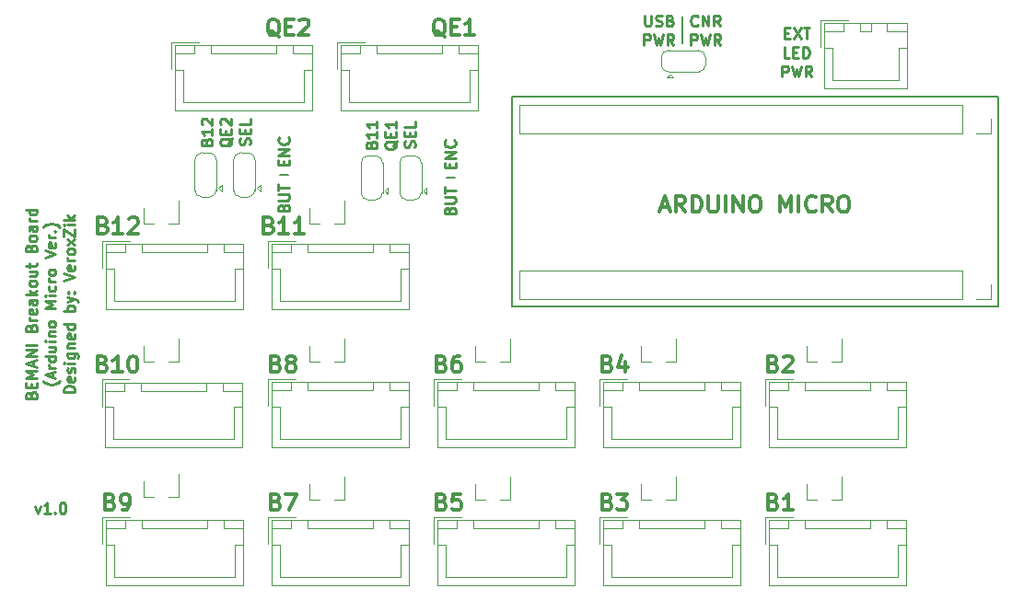
<source format=gbr>
G04 #@! TF.GenerationSoftware,KiCad,Pcbnew,(5.0.0)*
G04 #@! TF.CreationDate,2019-10-27T10:49:01-04:00*
G04 #@! TF.ProjectId,Micro-Breakoutout,4D6963726F2D427265616B6F75746F75,rev?*
G04 #@! TF.SameCoordinates,Original*
G04 #@! TF.FileFunction,Legend,Top*
G04 #@! TF.FilePolarity,Positive*
%FSLAX46Y46*%
G04 Gerber Fmt 4.6, Leading zero omitted, Abs format (unit mm)*
G04 Created by KiCad (PCBNEW (5.0.0)) date 10/27/19 10:49:01*
%MOMM*%
%LPD*%
G01*
G04 APERTURE LIST*
%ADD10C,0.250000*%
%ADD11C,0.300000*%
%ADD12C,0.200000*%
%ADD13C,0.120000*%
G04 APERTURE END LIST*
D10*
X105251428Y-133389714D02*
X105489523Y-134056380D01*
X105727619Y-133389714D01*
X106632380Y-134056380D02*
X106060952Y-134056380D01*
X106346666Y-134056380D02*
X106346666Y-133056380D01*
X106251428Y-133199238D01*
X106156190Y-133294476D01*
X106060952Y-133342095D01*
X107060952Y-133961142D02*
X107108571Y-134008761D01*
X107060952Y-134056380D01*
X107013333Y-134008761D01*
X107060952Y-133961142D01*
X107060952Y-134056380D01*
X107727619Y-133056380D02*
X107822857Y-133056380D01*
X107918095Y-133104000D01*
X107965714Y-133151619D01*
X108013333Y-133246857D01*
X108060952Y-133437333D01*
X108060952Y-133675428D01*
X108013333Y-133865904D01*
X107965714Y-133961142D01*
X107918095Y-134008761D01*
X107822857Y-134056380D01*
X107727619Y-134056380D01*
X107632380Y-134008761D01*
X107584761Y-133961142D01*
X107537142Y-133865904D01*
X107489523Y-133675428D01*
X107489523Y-133437333D01*
X107537142Y-133246857D01*
X107584761Y-133151619D01*
X107632380Y-133104000D01*
X107727619Y-133056380D01*
D11*
X126767570Y-107565856D02*
X126981856Y-107637284D01*
X127053284Y-107708713D01*
X127124713Y-107851570D01*
X127124713Y-108065856D01*
X127053284Y-108208713D01*
X126981856Y-108280141D01*
X126838999Y-108351570D01*
X126267570Y-108351570D01*
X126267570Y-106851570D01*
X126767570Y-106851570D01*
X126910427Y-106922999D01*
X126981856Y-106994427D01*
X127053284Y-107137284D01*
X127053284Y-107280141D01*
X126981856Y-107422999D01*
X126910427Y-107494427D01*
X126767570Y-107565856D01*
X126267570Y-107565856D01*
X128553284Y-108351570D02*
X127696141Y-108351570D01*
X128124713Y-108351570D02*
X128124713Y-106851570D01*
X127981856Y-107065856D01*
X127838999Y-107208713D01*
X127696141Y-107280141D01*
X129981856Y-108351570D02*
X129124713Y-108351570D01*
X129553284Y-108351570D02*
X129553284Y-106851570D01*
X129410427Y-107065856D01*
X129267570Y-107208713D01*
X129124713Y-107280141D01*
X111527570Y-107565856D02*
X111741856Y-107637284D01*
X111813284Y-107708713D01*
X111884713Y-107851570D01*
X111884713Y-108065856D01*
X111813284Y-108208713D01*
X111741856Y-108280141D01*
X111598999Y-108351570D01*
X111027570Y-108351570D01*
X111027570Y-106851570D01*
X111527570Y-106851570D01*
X111670427Y-106922999D01*
X111741856Y-106994427D01*
X111813284Y-107137284D01*
X111813284Y-107280141D01*
X111741856Y-107422999D01*
X111670427Y-107494427D01*
X111527570Y-107565856D01*
X111027570Y-107565856D01*
X113313284Y-108351570D02*
X112456141Y-108351570D01*
X112884713Y-108351570D02*
X112884713Y-106851570D01*
X112741856Y-107065856D01*
X112598999Y-107208713D01*
X112456141Y-107280141D01*
X113884713Y-106994427D02*
X113956141Y-106922999D01*
X114098999Y-106851570D01*
X114456141Y-106851570D01*
X114598999Y-106922999D01*
X114670427Y-106994427D01*
X114741856Y-107137284D01*
X114741856Y-107280141D01*
X114670427Y-107494427D01*
X113813284Y-108351570D01*
X114741856Y-108351570D01*
X111454571Y-120288857D02*
X111668857Y-120360285D01*
X111740285Y-120431714D01*
X111811714Y-120574571D01*
X111811714Y-120788857D01*
X111740285Y-120931714D01*
X111668857Y-121003142D01*
X111526000Y-121074571D01*
X110954571Y-121074571D01*
X110954571Y-119574571D01*
X111454571Y-119574571D01*
X111597428Y-119646000D01*
X111668857Y-119717428D01*
X111740285Y-119860285D01*
X111740285Y-120003142D01*
X111668857Y-120146000D01*
X111597428Y-120217428D01*
X111454571Y-120288857D01*
X110954571Y-120288857D01*
X113240285Y-121074571D02*
X112383142Y-121074571D01*
X112811714Y-121074571D02*
X112811714Y-119574571D01*
X112668857Y-119788857D01*
X112526000Y-119931714D01*
X112383142Y-120003142D01*
X114168857Y-119574571D02*
X114311714Y-119574571D01*
X114454571Y-119646000D01*
X114526000Y-119717428D01*
X114597428Y-119860285D01*
X114668857Y-120146000D01*
X114668857Y-120503142D01*
X114597428Y-120788857D01*
X114526000Y-120931714D01*
X114454571Y-121003142D01*
X114311714Y-121074571D01*
X114168857Y-121074571D01*
X114026000Y-121003142D01*
X113954571Y-120931714D01*
X113883142Y-120788857D01*
X113811714Y-120503142D01*
X113811714Y-120146000D01*
X113883142Y-119860285D01*
X113954571Y-119717428D01*
X114026000Y-119646000D01*
X114168857Y-119574571D01*
D12*
X127779356Y-102927742D02*
X128541356Y-102927742D01*
D10*
X128088927Y-105920075D02*
X128136546Y-105777218D01*
X128184165Y-105729599D01*
X128279403Y-105681980D01*
X128422260Y-105681980D01*
X128517498Y-105729599D01*
X128565117Y-105777218D01*
X128612736Y-105872456D01*
X128612736Y-106253408D01*
X127612736Y-106253408D01*
X127612736Y-105920075D01*
X127660356Y-105824837D01*
X127707975Y-105777218D01*
X127803213Y-105729599D01*
X127898451Y-105729599D01*
X127993689Y-105777218D01*
X128041308Y-105824837D01*
X128088927Y-105920075D01*
X128088927Y-106253408D01*
X127612736Y-105253408D02*
X128422260Y-105253408D01*
X128517498Y-105205789D01*
X128565117Y-105158170D01*
X128612736Y-105062932D01*
X128612736Y-104872456D01*
X128565117Y-104777218D01*
X128517498Y-104729599D01*
X128422260Y-104681980D01*
X127612736Y-104681980D01*
X127612736Y-104348646D02*
X127612736Y-103777218D01*
X128612736Y-104062932D02*
X127612736Y-104062932D01*
X128088927Y-102006837D02*
X128088927Y-101673503D01*
X128612736Y-101530646D02*
X128612736Y-102006837D01*
X127612736Y-102006837D01*
X127612736Y-101530646D01*
X128612736Y-101102075D02*
X127612736Y-101102075D01*
X128612736Y-100530646D01*
X127612736Y-100530646D01*
X128517498Y-99483027D02*
X128565117Y-99530646D01*
X128612736Y-99673503D01*
X128612736Y-99768742D01*
X128565117Y-99911599D01*
X128469879Y-100006837D01*
X128374641Y-100054456D01*
X128184165Y-100102075D01*
X128041308Y-100102075D01*
X127850832Y-100054456D01*
X127755594Y-100006837D01*
X127660356Y-99911599D01*
X127612736Y-99768742D01*
X127612736Y-99673503D01*
X127660356Y-99530646D01*
X127707975Y-99483027D01*
X174188571Y-89872571D02*
X174521904Y-89872571D01*
X174664761Y-90396380D02*
X174188571Y-90396380D01*
X174188571Y-89396380D01*
X174664761Y-89396380D01*
X174998095Y-89396380D02*
X175664761Y-90396380D01*
X175664761Y-89396380D02*
X174998095Y-90396380D01*
X175902857Y-89396380D02*
X176474285Y-89396380D01*
X176188571Y-90396380D02*
X176188571Y-89396380D01*
X174617142Y-92146380D02*
X174140952Y-92146380D01*
X174140952Y-91146380D01*
X174950476Y-91622571D02*
X175283809Y-91622571D01*
X175426666Y-92146380D02*
X174950476Y-92146380D01*
X174950476Y-91146380D01*
X175426666Y-91146380D01*
X175855238Y-92146380D02*
X175855238Y-91146380D01*
X176093333Y-91146380D01*
X176236190Y-91194000D01*
X176331428Y-91289238D01*
X176379047Y-91384476D01*
X176426666Y-91574952D01*
X176426666Y-91717809D01*
X176379047Y-91908285D01*
X176331428Y-92003523D01*
X176236190Y-92098761D01*
X176093333Y-92146380D01*
X175855238Y-92146380D01*
X173926666Y-93896380D02*
X173926666Y-92896380D01*
X174307619Y-92896380D01*
X174402857Y-92944000D01*
X174450476Y-92991619D01*
X174498095Y-93086857D01*
X174498095Y-93229714D01*
X174450476Y-93324952D01*
X174402857Y-93372571D01*
X174307619Y-93420190D01*
X173926666Y-93420190D01*
X174831428Y-92896380D02*
X175069523Y-93896380D01*
X175260000Y-93182095D01*
X175450476Y-93896380D01*
X175688571Y-92896380D01*
X176640952Y-93896380D02*
X176307619Y-93420190D01*
X176069523Y-93896380D02*
X176069523Y-92896380D01*
X176450476Y-92896380D01*
X176545714Y-92944000D01*
X176593333Y-92991619D01*
X176640952Y-93086857D01*
X176640952Y-93229714D01*
X176593333Y-93324952D01*
X176545714Y-93372571D01*
X176450476Y-93420190D01*
X176069523Y-93420190D01*
X121004927Y-99871694D02*
X121052546Y-99728837D01*
X121100165Y-99681218D01*
X121195403Y-99633599D01*
X121338260Y-99633599D01*
X121433498Y-99681218D01*
X121481117Y-99728837D01*
X121528736Y-99824075D01*
X121528736Y-100205027D01*
X120528736Y-100205027D01*
X120528736Y-99871694D01*
X120576356Y-99776456D01*
X120623975Y-99728837D01*
X120719213Y-99681218D01*
X120814451Y-99681218D01*
X120909689Y-99728837D01*
X120957308Y-99776456D01*
X121004927Y-99871694D01*
X121004927Y-100205027D01*
X121528736Y-98681218D02*
X121528736Y-99252646D01*
X121528736Y-98966932D02*
X120528736Y-98966932D01*
X120671594Y-99062170D01*
X120766832Y-99157408D01*
X120814451Y-99252646D01*
X120623975Y-98300265D02*
X120576356Y-98252646D01*
X120528736Y-98157408D01*
X120528736Y-97919313D01*
X120576356Y-97824075D01*
X120623975Y-97776456D01*
X120719213Y-97728837D01*
X120814451Y-97728837D01*
X120957308Y-97776456D01*
X121528736Y-98347884D01*
X121528736Y-97728837D01*
X123373975Y-99538361D02*
X123326356Y-99633599D01*
X123231117Y-99728837D01*
X123088260Y-99871694D01*
X123040641Y-99966932D01*
X123040641Y-100062170D01*
X123278736Y-100014551D02*
X123231117Y-100109789D01*
X123135879Y-100205027D01*
X122945403Y-100252646D01*
X122612070Y-100252646D01*
X122421594Y-100205027D01*
X122326356Y-100109789D01*
X122278736Y-100014551D01*
X122278736Y-99824075D01*
X122326356Y-99728837D01*
X122421594Y-99633599D01*
X122612070Y-99585980D01*
X122945403Y-99585980D01*
X123135879Y-99633599D01*
X123231117Y-99728837D01*
X123278736Y-99824075D01*
X123278736Y-100014551D01*
X122754927Y-99157408D02*
X122754927Y-98824075D01*
X123278736Y-98681218D02*
X123278736Y-99157408D01*
X122278736Y-99157408D01*
X122278736Y-98681218D01*
X122373975Y-98300265D02*
X122326356Y-98252646D01*
X122278736Y-98157408D01*
X122278736Y-97919313D01*
X122326356Y-97824075D01*
X122373975Y-97776456D01*
X122469213Y-97728837D01*
X122564451Y-97728837D01*
X122707308Y-97776456D01*
X123278736Y-98347884D01*
X123278736Y-97728837D01*
X124981117Y-100133599D02*
X125028736Y-99990742D01*
X125028736Y-99752646D01*
X124981117Y-99657408D01*
X124933498Y-99609789D01*
X124838260Y-99562170D01*
X124743022Y-99562170D01*
X124647784Y-99609789D01*
X124600165Y-99657408D01*
X124552546Y-99752646D01*
X124504927Y-99943122D01*
X124457308Y-100038361D01*
X124409689Y-100085980D01*
X124314451Y-100133599D01*
X124219213Y-100133599D01*
X124123975Y-100085980D01*
X124076356Y-100038361D01*
X124028736Y-99943122D01*
X124028736Y-99705027D01*
X124076356Y-99562170D01*
X124504927Y-99133599D02*
X124504927Y-98800265D01*
X125028736Y-98657408D02*
X125028736Y-99133599D01*
X124028736Y-99133599D01*
X124028736Y-98657408D01*
X125028736Y-97752646D02*
X125028736Y-98228837D01*
X124028736Y-98228837D01*
X136157237Y-100131725D02*
X136204856Y-99988868D01*
X136252475Y-99941249D01*
X136347713Y-99893630D01*
X136490570Y-99893630D01*
X136585808Y-99941249D01*
X136633427Y-99988868D01*
X136681046Y-100084106D01*
X136681046Y-100465058D01*
X135681046Y-100465058D01*
X135681046Y-100131725D01*
X135728666Y-100036487D01*
X135776285Y-99988868D01*
X135871523Y-99941249D01*
X135966761Y-99941249D01*
X136061999Y-99988868D01*
X136109618Y-100036487D01*
X136157237Y-100131725D01*
X136157237Y-100465058D01*
X136681046Y-98941249D02*
X136681046Y-99512677D01*
X136681046Y-99226963D02*
X135681046Y-99226963D01*
X135823904Y-99322201D01*
X135919142Y-99417439D01*
X135966761Y-99512677D01*
X136681046Y-97988868D02*
X136681046Y-98560296D01*
X136681046Y-98274582D02*
X135681046Y-98274582D01*
X135823904Y-98369820D01*
X135919142Y-98465058D01*
X135966761Y-98560296D01*
X138526285Y-99798392D02*
X138478666Y-99893630D01*
X138383427Y-99988868D01*
X138240570Y-100131725D01*
X138192951Y-100226963D01*
X138192951Y-100322201D01*
X138431046Y-100274582D02*
X138383427Y-100369820D01*
X138288189Y-100465058D01*
X138097713Y-100512677D01*
X137764380Y-100512677D01*
X137573904Y-100465058D01*
X137478666Y-100369820D01*
X137431046Y-100274582D01*
X137431046Y-100084106D01*
X137478666Y-99988868D01*
X137573904Y-99893630D01*
X137764380Y-99846011D01*
X138097713Y-99846011D01*
X138288189Y-99893630D01*
X138383427Y-99988868D01*
X138431046Y-100084106D01*
X138431046Y-100274582D01*
X137907237Y-99417439D02*
X137907237Y-99084106D01*
X138431046Y-98941249D02*
X138431046Y-99417439D01*
X137431046Y-99417439D01*
X137431046Y-98941249D01*
X138431046Y-97988868D02*
X138431046Y-98560296D01*
X138431046Y-98274582D02*
X137431046Y-98274582D01*
X137573904Y-98369820D01*
X137669142Y-98465058D01*
X137716761Y-98560296D01*
X140133427Y-100393630D02*
X140181046Y-100250773D01*
X140181046Y-100012677D01*
X140133427Y-99917439D01*
X140085808Y-99869820D01*
X139990570Y-99822201D01*
X139895332Y-99822201D01*
X139800094Y-99869820D01*
X139752475Y-99917439D01*
X139704856Y-100012677D01*
X139657237Y-100203153D01*
X139609618Y-100298392D01*
X139561999Y-100346011D01*
X139466761Y-100393630D01*
X139371523Y-100393630D01*
X139276285Y-100346011D01*
X139228666Y-100298392D01*
X139181046Y-100203153D01*
X139181046Y-99965058D01*
X139228666Y-99822201D01*
X139657237Y-99393630D02*
X139657237Y-99060296D01*
X140181046Y-98917439D02*
X140181046Y-99393630D01*
X139181046Y-99393630D01*
X139181046Y-98917439D01*
X140181046Y-98012677D02*
X140181046Y-98488868D01*
X139181046Y-98488868D01*
X143368237Y-106180106D02*
X143415856Y-106037249D01*
X143463475Y-105989630D01*
X143558713Y-105942011D01*
X143701570Y-105942011D01*
X143796808Y-105989630D01*
X143844427Y-106037249D01*
X143892046Y-106132487D01*
X143892046Y-106513439D01*
X142892046Y-106513439D01*
X142892046Y-106180106D01*
X142939666Y-106084868D01*
X142987285Y-106037249D01*
X143082523Y-105989630D01*
X143177761Y-105989630D01*
X143272999Y-106037249D01*
X143320618Y-106084868D01*
X143368237Y-106180106D01*
X143368237Y-106513439D01*
X142892046Y-105513439D02*
X143701570Y-105513439D01*
X143796808Y-105465820D01*
X143844427Y-105418201D01*
X143892046Y-105322963D01*
X143892046Y-105132487D01*
X143844427Y-105037249D01*
X143796808Y-104989630D01*
X143701570Y-104942011D01*
X142892046Y-104942011D01*
X142892046Y-104608677D02*
X142892046Y-104037249D01*
X143892046Y-104322963D02*
X142892046Y-104322963D01*
X143368237Y-102266868D02*
X143368237Y-101933534D01*
X143892046Y-101790677D02*
X143892046Y-102266868D01*
X142892046Y-102266868D01*
X142892046Y-101790677D01*
X143892046Y-101362106D02*
X142892046Y-101362106D01*
X143892046Y-100790677D01*
X142892046Y-100790677D01*
X143796808Y-99743058D02*
X143844427Y-99790677D01*
X143892046Y-99933534D01*
X143892046Y-100028773D01*
X143844427Y-100171630D01*
X143749189Y-100266868D01*
X143653951Y-100314487D01*
X143463475Y-100362106D01*
X143320618Y-100362106D01*
X143130142Y-100314487D01*
X143034904Y-100266868D01*
X142939666Y-100171630D01*
X142892046Y-100028773D01*
X142892046Y-99933534D01*
X142939666Y-99790677D01*
X142987285Y-99743058D01*
D12*
X143058666Y-103187773D02*
X143820666Y-103187773D01*
X164719000Y-88392000D02*
X164719000Y-90805000D01*
D10*
X166163714Y-89144142D02*
X166116095Y-89191761D01*
X165973238Y-89239380D01*
X165878000Y-89239380D01*
X165735142Y-89191761D01*
X165639904Y-89096523D01*
X165592285Y-89001285D01*
X165544666Y-88810809D01*
X165544666Y-88667952D01*
X165592285Y-88477476D01*
X165639904Y-88382238D01*
X165735142Y-88287000D01*
X165878000Y-88239380D01*
X165973238Y-88239380D01*
X166116095Y-88287000D01*
X166163714Y-88334619D01*
X166592285Y-89239380D02*
X166592285Y-88239380D01*
X167163714Y-89239380D01*
X167163714Y-88239380D01*
X168211333Y-89239380D02*
X167878000Y-88763190D01*
X167639904Y-89239380D02*
X167639904Y-88239380D01*
X168020857Y-88239380D01*
X168116095Y-88287000D01*
X168163714Y-88334619D01*
X168211333Y-88429857D01*
X168211333Y-88572714D01*
X168163714Y-88667952D01*
X168116095Y-88715571D01*
X168020857Y-88763190D01*
X167639904Y-88763190D01*
X165544666Y-90989380D02*
X165544666Y-89989380D01*
X165925619Y-89989380D01*
X166020857Y-90037000D01*
X166068476Y-90084619D01*
X166116095Y-90179857D01*
X166116095Y-90322714D01*
X166068476Y-90417952D01*
X166020857Y-90465571D01*
X165925619Y-90513190D01*
X165544666Y-90513190D01*
X166449428Y-89989380D02*
X166687523Y-90989380D01*
X166878000Y-90275095D01*
X167068476Y-90989380D01*
X167306571Y-89989380D01*
X168258952Y-90989380D02*
X167925619Y-90513190D01*
X167687523Y-90989380D02*
X167687523Y-89989380D01*
X168068476Y-89989380D01*
X168163714Y-90037000D01*
X168211333Y-90084619D01*
X168258952Y-90179857D01*
X168258952Y-90322714D01*
X168211333Y-90417952D01*
X168163714Y-90465571D01*
X168068476Y-90513190D01*
X167687523Y-90513190D01*
X161298095Y-88239380D02*
X161298095Y-89048904D01*
X161345714Y-89144142D01*
X161393333Y-89191761D01*
X161488571Y-89239380D01*
X161679047Y-89239380D01*
X161774285Y-89191761D01*
X161821904Y-89144142D01*
X161869523Y-89048904D01*
X161869523Y-88239380D01*
X162298095Y-89191761D02*
X162440952Y-89239380D01*
X162679047Y-89239380D01*
X162774285Y-89191761D01*
X162821904Y-89144142D01*
X162869523Y-89048904D01*
X162869523Y-88953666D01*
X162821904Y-88858428D01*
X162774285Y-88810809D01*
X162679047Y-88763190D01*
X162488571Y-88715571D01*
X162393333Y-88667952D01*
X162345714Y-88620333D01*
X162298095Y-88525095D01*
X162298095Y-88429857D01*
X162345714Y-88334619D01*
X162393333Y-88287000D01*
X162488571Y-88239380D01*
X162726666Y-88239380D01*
X162869523Y-88287000D01*
X163631428Y-88715571D02*
X163774285Y-88763190D01*
X163821904Y-88810809D01*
X163869523Y-88906047D01*
X163869523Y-89048904D01*
X163821904Y-89144142D01*
X163774285Y-89191761D01*
X163679047Y-89239380D01*
X163298095Y-89239380D01*
X163298095Y-88239380D01*
X163631428Y-88239380D01*
X163726666Y-88287000D01*
X163774285Y-88334619D01*
X163821904Y-88429857D01*
X163821904Y-88525095D01*
X163774285Y-88620333D01*
X163726666Y-88667952D01*
X163631428Y-88715571D01*
X163298095Y-88715571D01*
X161226666Y-90989380D02*
X161226666Y-89989380D01*
X161607619Y-89989380D01*
X161702857Y-90037000D01*
X161750476Y-90084619D01*
X161798095Y-90179857D01*
X161798095Y-90322714D01*
X161750476Y-90417952D01*
X161702857Y-90465571D01*
X161607619Y-90513190D01*
X161226666Y-90513190D01*
X162131428Y-89989380D02*
X162369523Y-90989380D01*
X162560000Y-90275095D01*
X162750476Y-90989380D01*
X162988571Y-89989380D01*
X163940952Y-90989380D02*
X163607619Y-90513190D01*
X163369523Y-90989380D02*
X163369523Y-89989380D01*
X163750476Y-89989380D01*
X163845714Y-90037000D01*
X163893333Y-90084619D01*
X163940952Y-90179857D01*
X163940952Y-90322714D01*
X163893333Y-90417952D01*
X163845714Y-90465571D01*
X163750476Y-90513190D01*
X163369523Y-90513190D01*
X104858571Y-123165142D02*
X104906190Y-123022285D01*
X104953809Y-122974666D01*
X105049047Y-122927047D01*
X105191904Y-122927047D01*
X105287142Y-122974666D01*
X105334761Y-123022285D01*
X105382380Y-123117523D01*
X105382380Y-123498476D01*
X104382380Y-123498476D01*
X104382380Y-123165142D01*
X104430000Y-123069904D01*
X104477619Y-123022285D01*
X104572857Y-122974666D01*
X104668095Y-122974666D01*
X104763333Y-123022285D01*
X104810952Y-123069904D01*
X104858571Y-123165142D01*
X104858571Y-123498476D01*
X104858571Y-122498476D02*
X104858571Y-122165142D01*
X105382380Y-122022285D02*
X105382380Y-122498476D01*
X104382380Y-122498476D01*
X104382380Y-122022285D01*
X105382380Y-121593714D02*
X104382380Y-121593714D01*
X105096666Y-121260380D01*
X104382380Y-120927047D01*
X105382380Y-120927047D01*
X105096666Y-120498476D02*
X105096666Y-120022285D01*
X105382380Y-120593714D02*
X104382380Y-120260380D01*
X105382380Y-119927047D01*
X105382380Y-119593714D02*
X104382380Y-119593714D01*
X105382380Y-119022285D01*
X104382380Y-119022285D01*
X105382380Y-118546095D02*
X104382380Y-118546095D01*
X104858571Y-116974666D02*
X104906190Y-116831809D01*
X104953809Y-116784190D01*
X105049047Y-116736571D01*
X105191904Y-116736571D01*
X105287142Y-116784190D01*
X105334761Y-116831809D01*
X105382380Y-116927047D01*
X105382380Y-117308000D01*
X104382380Y-117308000D01*
X104382380Y-116974666D01*
X104430000Y-116879428D01*
X104477619Y-116831809D01*
X104572857Y-116784190D01*
X104668095Y-116784190D01*
X104763333Y-116831809D01*
X104810952Y-116879428D01*
X104858571Y-116974666D01*
X104858571Y-117308000D01*
X105382380Y-116308000D02*
X104715714Y-116308000D01*
X104906190Y-116308000D02*
X104810952Y-116260380D01*
X104763333Y-116212761D01*
X104715714Y-116117523D01*
X104715714Y-116022285D01*
X105334761Y-115308000D02*
X105382380Y-115403238D01*
X105382380Y-115593714D01*
X105334761Y-115688952D01*
X105239523Y-115736571D01*
X104858571Y-115736571D01*
X104763333Y-115688952D01*
X104715714Y-115593714D01*
X104715714Y-115403238D01*
X104763333Y-115308000D01*
X104858571Y-115260380D01*
X104953809Y-115260380D01*
X105049047Y-115736571D01*
X105382380Y-114403238D02*
X104858571Y-114403238D01*
X104763333Y-114450857D01*
X104715714Y-114546095D01*
X104715714Y-114736571D01*
X104763333Y-114831809D01*
X105334761Y-114403238D02*
X105382380Y-114498476D01*
X105382380Y-114736571D01*
X105334761Y-114831809D01*
X105239523Y-114879428D01*
X105144285Y-114879428D01*
X105049047Y-114831809D01*
X105001428Y-114736571D01*
X105001428Y-114498476D01*
X104953809Y-114403238D01*
X105382380Y-113927047D02*
X104382380Y-113927047D01*
X105001428Y-113831809D02*
X105382380Y-113546095D01*
X104715714Y-113546095D02*
X105096666Y-113927047D01*
X105382380Y-112974666D02*
X105334761Y-113069904D01*
X105287142Y-113117523D01*
X105191904Y-113165142D01*
X104906190Y-113165142D01*
X104810952Y-113117523D01*
X104763333Y-113069904D01*
X104715714Y-112974666D01*
X104715714Y-112831809D01*
X104763333Y-112736571D01*
X104810952Y-112688952D01*
X104906190Y-112641333D01*
X105191904Y-112641333D01*
X105287142Y-112688952D01*
X105334761Y-112736571D01*
X105382380Y-112831809D01*
X105382380Y-112974666D01*
X104715714Y-111784190D02*
X105382380Y-111784190D01*
X104715714Y-112212761D02*
X105239523Y-112212761D01*
X105334761Y-112165142D01*
X105382380Y-112069904D01*
X105382380Y-111927047D01*
X105334761Y-111831809D01*
X105287142Y-111784190D01*
X104715714Y-111450857D02*
X104715714Y-111069904D01*
X104382380Y-111308000D02*
X105239523Y-111308000D01*
X105334761Y-111260380D01*
X105382380Y-111165142D01*
X105382380Y-111069904D01*
X104858571Y-109641333D02*
X104906190Y-109498476D01*
X104953809Y-109450857D01*
X105049047Y-109403238D01*
X105191904Y-109403238D01*
X105287142Y-109450857D01*
X105334761Y-109498476D01*
X105382380Y-109593714D01*
X105382380Y-109974666D01*
X104382380Y-109974666D01*
X104382380Y-109641333D01*
X104430000Y-109546095D01*
X104477619Y-109498476D01*
X104572857Y-109450857D01*
X104668095Y-109450857D01*
X104763333Y-109498476D01*
X104810952Y-109546095D01*
X104858571Y-109641333D01*
X104858571Y-109974666D01*
X105382380Y-108831809D02*
X105334761Y-108927047D01*
X105287142Y-108974666D01*
X105191904Y-109022285D01*
X104906190Y-109022285D01*
X104810952Y-108974666D01*
X104763333Y-108927047D01*
X104715714Y-108831809D01*
X104715714Y-108688952D01*
X104763333Y-108593714D01*
X104810952Y-108546095D01*
X104906190Y-108498476D01*
X105191904Y-108498476D01*
X105287142Y-108546095D01*
X105334761Y-108593714D01*
X105382380Y-108688952D01*
X105382380Y-108831809D01*
X105382380Y-107641333D02*
X104858571Y-107641333D01*
X104763333Y-107688952D01*
X104715714Y-107784190D01*
X104715714Y-107974666D01*
X104763333Y-108069904D01*
X105334761Y-107641333D02*
X105382380Y-107736571D01*
X105382380Y-107974666D01*
X105334761Y-108069904D01*
X105239523Y-108117523D01*
X105144285Y-108117523D01*
X105049047Y-108069904D01*
X105001428Y-107974666D01*
X105001428Y-107736571D01*
X104953809Y-107641333D01*
X105382380Y-107165142D02*
X104715714Y-107165142D01*
X104906190Y-107165142D02*
X104810952Y-107117523D01*
X104763333Y-107069904D01*
X104715714Y-106974666D01*
X104715714Y-106879428D01*
X105382380Y-106117523D02*
X104382380Y-106117523D01*
X105334761Y-106117523D02*
X105382380Y-106212761D01*
X105382380Y-106403238D01*
X105334761Y-106498476D01*
X105287142Y-106546095D01*
X105191904Y-106593714D01*
X104906190Y-106593714D01*
X104810952Y-106546095D01*
X104763333Y-106498476D01*
X104715714Y-106403238D01*
X104715714Y-106212761D01*
X104763333Y-106117523D01*
X107513333Y-121903238D02*
X107465714Y-121950857D01*
X107322857Y-122046095D01*
X107227619Y-122093714D01*
X107084761Y-122141333D01*
X106846666Y-122188952D01*
X106656190Y-122188952D01*
X106418095Y-122141333D01*
X106275238Y-122093714D01*
X106180000Y-122046095D01*
X106037142Y-121950857D01*
X105989523Y-121903238D01*
X106846666Y-121569904D02*
X106846666Y-121093714D01*
X107132380Y-121665142D02*
X106132380Y-121331809D01*
X107132380Y-120998476D01*
X107132380Y-120665142D02*
X106465714Y-120665142D01*
X106656190Y-120665142D02*
X106560952Y-120617523D01*
X106513333Y-120569904D01*
X106465714Y-120474666D01*
X106465714Y-120379428D01*
X107132380Y-119617523D02*
X106132380Y-119617523D01*
X107084761Y-119617523D02*
X107132380Y-119712761D01*
X107132380Y-119903238D01*
X107084761Y-119998476D01*
X107037142Y-120046095D01*
X106941904Y-120093714D01*
X106656190Y-120093714D01*
X106560952Y-120046095D01*
X106513333Y-119998476D01*
X106465714Y-119903238D01*
X106465714Y-119712761D01*
X106513333Y-119617523D01*
X106465714Y-118712761D02*
X107132380Y-118712761D01*
X106465714Y-119141333D02*
X106989523Y-119141333D01*
X107084761Y-119093714D01*
X107132380Y-118998476D01*
X107132380Y-118855619D01*
X107084761Y-118760380D01*
X107037142Y-118712761D01*
X107132380Y-118236571D02*
X106465714Y-118236571D01*
X106132380Y-118236571D02*
X106180000Y-118284190D01*
X106227619Y-118236571D01*
X106180000Y-118188952D01*
X106132380Y-118236571D01*
X106227619Y-118236571D01*
X106465714Y-117760380D02*
X107132380Y-117760380D01*
X106560952Y-117760380D02*
X106513333Y-117712761D01*
X106465714Y-117617523D01*
X106465714Y-117474666D01*
X106513333Y-117379428D01*
X106608571Y-117331809D01*
X107132380Y-117331809D01*
X107132380Y-116712761D02*
X107084761Y-116808000D01*
X107037142Y-116855619D01*
X106941904Y-116903238D01*
X106656190Y-116903238D01*
X106560952Y-116855619D01*
X106513333Y-116808000D01*
X106465714Y-116712761D01*
X106465714Y-116569904D01*
X106513333Y-116474666D01*
X106560952Y-116427047D01*
X106656190Y-116379428D01*
X106941904Y-116379428D01*
X107037142Y-116427047D01*
X107084761Y-116474666D01*
X107132380Y-116569904D01*
X107132380Y-116712761D01*
X107132380Y-115188952D02*
X106132380Y-115188952D01*
X106846666Y-114855619D01*
X106132380Y-114522285D01*
X107132380Y-114522285D01*
X107132380Y-114046095D02*
X106465714Y-114046095D01*
X106132380Y-114046095D02*
X106180000Y-114093714D01*
X106227619Y-114046095D01*
X106180000Y-113998476D01*
X106132380Y-114046095D01*
X106227619Y-114046095D01*
X107084761Y-113141333D02*
X107132380Y-113236571D01*
X107132380Y-113427047D01*
X107084761Y-113522285D01*
X107037142Y-113569904D01*
X106941904Y-113617523D01*
X106656190Y-113617523D01*
X106560952Y-113569904D01*
X106513333Y-113522285D01*
X106465714Y-113427047D01*
X106465714Y-113236571D01*
X106513333Y-113141333D01*
X107132380Y-112712761D02*
X106465714Y-112712761D01*
X106656190Y-112712761D02*
X106560952Y-112665142D01*
X106513333Y-112617523D01*
X106465714Y-112522285D01*
X106465714Y-112427047D01*
X107132380Y-111950857D02*
X107084761Y-112046095D01*
X107037142Y-112093714D01*
X106941904Y-112141333D01*
X106656190Y-112141333D01*
X106560952Y-112093714D01*
X106513333Y-112046095D01*
X106465714Y-111950857D01*
X106465714Y-111808000D01*
X106513333Y-111712761D01*
X106560952Y-111665142D01*
X106656190Y-111617523D01*
X106941904Y-111617523D01*
X107037142Y-111665142D01*
X107084761Y-111712761D01*
X107132380Y-111808000D01*
X107132380Y-111950857D01*
X106132380Y-110569904D02*
X107132380Y-110236571D01*
X106132380Y-109903238D01*
X107084761Y-109188952D02*
X107132380Y-109284190D01*
X107132380Y-109474666D01*
X107084761Y-109569904D01*
X106989523Y-109617523D01*
X106608571Y-109617523D01*
X106513333Y-109569904D01*
X106465714Y-109474666D01*
X106465714Y-109284190D01*
X106513333Y-109188952D01*
X106608571Y-109141333D01*
X106703809Y-109141333D01*
X106799047Y-109617523D01*
X107132380Y-108712761D02*
X106465714Y-108712761D01*
X106656190Y-108712761D02*
X106560952Y-108665142D01*
X106513333Y-108617523D01*
X106465714Y-108522285D01*
X106465714Y-108427047D01*
X107037142Y-108093714D02*
X107084761Y-108046095D01*
X107132380Y-108093714D01*
X107084761Y-108141333D01*
X107037142Y-108093714D01*
X107132380Y-108093714D01*
X107513333Y-107712761D02*
X107465714Y-107665142D01*
X107322857Y-107569904D01*
X107227619Y-107522285D01*
X107084761Y-107474666D01*
X106846666Y-107427047D01*
X106656190Y-107427047D01*
X106418095Y-107474666D01*
X106275238Y-107522285D01*
X106180000Y-107569904D01*
X106037142Y-107665142D01*
X105989523Y-107712761D01*
X108882380Y-122903238D02*
X107882380Y-122903238D01*
X107882380Y-122665142D01*
X107930000Y-122522285D01*
X108025238Y-122427047D01*
X108120476Y-122379428D01*
X108310952Y-122331809D01*
X108453809Y-122331809D01*
X108644285Y-122379428D01*
X108739523Y-122427047D01*
X108834761Y-122522285D01*
X108882380Y-122665142D01*
X108882380Y-122903238D01*
X108834761Y-121522285D02*
X108882380Y-121617523D01*
X108882380Y-121808000D01*
X108834761Y-121903238D01*
X108739523Y-121950857D01*
X108358571Y-121950857D01*
X108263333Y-121903238D01*
X108215714Y-121808000D01*
X108215714Y-121617523D01*
X108263333Y-121522285D01*
X108358571Y-121474666D01*
X108453809Y-121474666D01*
X108549047Y-121950857D01*
X108834761Y-121093714D02*
X108882380Y-120998476D01*
X108882380Y-120808000D01*
X108834761Y-120712761D01*
X108739523Y-120665142D01*
X108691904Y-120665142D01*
X108596666Y-120712761D01*
X108549047Y-120808000D01*
X108549047Y-120950857D01*
X108501428Y-121046095D01*
X108406190Y-121093714D01*
X108358571Y-121093714D01*
X108263333Y-121046095D01*
X108215714Y-120950857D01*
X108215714Y-120808000D01*
X108263333Y-120712761D01*
X108882380Y-120236571D02*
X108215714Y-120236571D01*
X107882380Y-120236571D02*
X107930000Y-120284190D01*
X107977619Y-120236571D01*
X107930000Y-120188952D01*
X107882380Y-120236571D01*
X107977619Y-120236571D01*
X108215714Y-119331809D02*
X109025238Y-119331809D01*
X109120476Y-119379428D01*
X109168095Y-119427047D01*
X109215714Y-119522285D01*
X109215714Y-119665142D01*
X109168095Y-119760380D01*
X108834761Y-119331809D02*
X108882380Y-119427047D01*
X108882380Y-119617523D01*
X108834761Y-119712761D01*
X108787142Y-119760380D01*
X108691904Y-119808000D01*
X108406190Y-119808000D01*
X108310952Y-119760380D01*
X108263333Y-119712761D01*
X108215714Y-119617523D01*
X108215714Y-119427047D01*
X108263333Y-119331809D01*
X108215714Y-118855619D02*
X108882380Y-118855619D01*
X108310952Y-118855619D02*
X108263333Y-118808000D01*
X108215714Y-118712761D01*
X108215714Y-118569904D01*
X108263333Y-118474666D01*
X108358571Y-118427047D01*
X108882380Y-118427047D01*
X108834761Y-117569904D02*
X108882380Y-117665142D01*
X108882380Y-117855619D01*
X108834761Y-117950857D01*
X108739523Y-117998476D01*
X108358571Y-117998476D01*
X108263333Y-117950857D01*
X108215714Y-117855619D01*
X108215714Y-117665142D01*
X108263333Y-117569904D01*
X108358571Y-117522285D01*
X108453809Y-117522285D01*
X108549047Y-117998476D01*
X108882380Y-116665142D02*
X107882380Y-116665142D01*
X108834761Y-116665142D02*
X108882380Y-116760380D01*
X108882380Y-116950857D01*
X108834761Y-117046095D01*
X108787142Y-117093714D01*
X108691904Y-117141333D01*
X108406190Y-117141333D01*
X108310952Y-117093714D01*
X108263333Y-117046095D01*
X108215714Y-116950857D01*
X108215714Y-116760380D01*
X108263333Y-116665142D01*
X108882380Y-115427047D02*
X107882380Y-115427047D01*
X108263333Y-115427047D02*
X108215714Y-115331809D01*
X108215714Y-115141333D01*
X108263333Y-115046095D01*
X108310952Y-114998476D01*
X108406190Y-114950857D01*
X108691904Y-114950857D01*
X108787142Y-114998476D01*
X108834761Y-115046095D01*
X108882380Y-115141333D01*
X108882380Y-115331809D01*
X108834761Y-115427047D01*
X108215714Y-114617523D02*
X108882380Y-114379428D01*
X108215714Y-114141333D02*
X108882380Y-114379428D01*
X109120476Y-114474666D01*
X109168095Y-114522285D01*
X109215714Y-114617523D01*
X108787142Y-113760380D02*
X108834761Y-113712761D01*
X108882380Y-113760380D01*
X108834761Y-113808000D01*
X108787142Y-113760380D01*
X108882380Y-113760380D01*
X108263333Y-113760380D02*
X108310952Y-113712761D01*
X108358571Y-113760380D01*
X108310952Y-113808000D01*
X108263333Y-113760380D01*
X108358571Y-113760380D01*
X107882380Y-112665142D02*
X108882380Y-112331809D01*
X107882380Y-111998476D01*
X108834761Y-111284190D02*
X108882380Y-111379428D01*
X108882380Y-111569904D01*
X108834761Y-111665142D01*
X108739523Y-111712761D01*
X108358571Y-111712761D01*
X108263333Y-111665142D01*
X108215714Y-111569904D01*
X108215714Y-111379428D01*
X108263333Y-111284190D01*
X108358571Y-111236571D01*
X108453809Y-111236571D01*
X108549047Y-111712761D01*
X108882380Y-110808000D02*
X108215714Y-110808000D01*
X108406190Y-110808000D02*
X108310952Y-110760380D01*
X108263333Y-110712761D01*
X108215714Y-110617523D01*
X108215714Y-110522285D01*
X108882380Y-110046095D02*
X108834761Y-110141333D01*
X108787142Y-110188952D01*
X108691904Y-110236571D01*
X108406190Y-110236571D01*
X108310952Y-110188952D01*
X108263333Y-110141333D01*
X108215714Y-110046095D01*
X108215714Y-109903238D01*
X108263333Y-109808000D01*
X108310952Y-109760380D01*
X108406190Y-109712761D01*
X108691904Y-109712761D01*
X108787142Y-109760380D01*
X108834761Y-109808000D01*
X108882380Y-109903238D01*
X108882380Y-110046095D01*
X108882380Y-109379428D02*
X108215714Y-108855619D01*
X108215714Y-109379428D02*
X108882380Y-108855619D01*
X107882380Y-108569904D02*
X107882380Y-107903238D01*
X108882380Y-108569904D01*
X108882380Y-107903238D01*
X108882380Y-107522285D02*
X108215714Y-107522285D01*
X107882380Y-107522285D02*
X107930000Y-107569904D01*
X107977619Y-107522285D01*
X107930000Y-107474666D01*
X107882380Y-107522285D01*
X107977619Y-107522285D01*
X108882380Y-107046095D02*
X107882380Y-107046095D01*
X108501428Y-106950857D02*
X108882380Y-106665142D01*
X108215714Y-106665142D02*
X108596666Y-107046095D01*
D11*
X127702571Y-90229428D02*
X127559714Y-90158000D01*
X127416857Y-90015142D01*
X127202571Y-89800857D01*
X127059714Y-89729428D01*
X126916857Y-89729428D01*
X126988285Y-90086571D02*
X126845428Y-90015142D01*
X126702571Y-89872285D01*
X126631142Y-89586571D01*
X126631142Y-89086571D01*
X126702571Y-88800857D01*
X126845428Y-88658000D01*
X126988285Y-88586571D01*
X127274000Y-88586571D01*
X127416857Y-88658000D01*
X127559714Y-88800857D01*
X127631142Y-89086571D01*
X127631142Y-89586571D01*
X127559714Y-89872285D01*
X127416857Y-90015142D01*
X127274000Y-90086571D01*
X126988285Y-90086571D01*
X128274000Y-89300857D02*
X128774000Y-89300857D01*
X128988285Y-90086571D02*
X128274000Y-90086571D01*
X128274000Y-88586571D01*
X128988285Y-88586571D01*
X129559714Y-88729428D02*
X129631142Y-88658000D01*
X129774000Y-88586571D01*
X130131142Y-88586571D01*
X130274000Y-88658000D01*
X130345428Y-88729428D01*
X130416857Y-88872285D01*
X130416857Y-89015142D01*
X130345428Y-89229428D01*
X129488285Y-90086571D01*
X130416857Y-90086571D01*
X142942571Y-90229428D02*
X142799714Y-90158000D01*
X142656857Y-90015142D01*
X142442571Y-89800857D01*
X142299714Y-89729428D01*
X142156857Y-89729428D01*
X142228285Y-90086571D02*
X142085428Y-90015142D01*
X141942571Y-89872285D01*
X141871142Y-89586571D01*
X141871142Y-89086571D01*
X141942571Y-88800857D01*
X142085428Y-88658000D01*
X142228285Y-88586571D01*
X142514000Y-88586571D01*
X142656857Y-88658000D01*
X142799714Y-88800857D01*
X142871142Y-89086571D01*
X142871142Y-89586571D01*
X142799714Y-89872285D01*
X142656857Y-90015142D01*
X142514000Y-90086571D01*
X142228285Y-90086571D01*
X143514000Y-89300857D02*
X144014000Y-89300857D01*
X144228285Y-90086571D02*
X143514000Y-90086571D01*
X143514000Y-88586571D01*
X144228285Y-88586571D01*
X145656857Y-90086571D02*
X144799714Y-90086571D01*
X145228285Y-90086571D02*
X145228285Y-88586571D01*
X145085428Y-88800857D01*
X144942571Y-88943714D01*
X144799714Y-89015142D01*
X112168857Y-132988857D02*
X112383142Y-133060285D01*
X112454571Y-133131714D01*
X112526000Y-133274571D01*
X112526000Y-133488857D01*
X112454571Y-133631714D01*
X112383142Y-133703142D01*
X112240285Y-133774571D01*
X111668857Y-133774571D01*
X111668857Y-132274571D01*
X112168857Y-132274571D01*
X112311714Y-132346000D01*
X112383142Y-132417428D01*
X112454571Y-132560285D01*
X112454571Y-132703142D01*
X112383142Y-132846000D01*
X112311714Y-132917428D01*
X112168857Y-132988857D01*
X111668857Y-132988857D01*
X113240285Y-133774571D02*
X113526000Y-133774571D01*
X113668857Y-133703142D01*
X113740285Y-133631714D01*
X113883142Y-133417428D01*
X113954571Y-133131714D01*
X113954571Y-132560285D01*
X113883142Y-132417428D01*
X113811714Y-132346000D01*
X113668857Y-132274571D01*
X113383142Y-132274571D01*
X113240285Y-132346000D01*
X113168857Y-132417428D01*
X113097428Y-132560285D01*
X113097428Y-132917428D01*
X113168857Y-133060285D01*
X113240285Y-133131714D01*
X113383142Y-133203142D01*
X113668857Y-133203142D01*
X113811714Y-133131714D01*
X113883142Y-133060285D01*
X113954571Y-132917428D01*
X127408857Y-120288857D02*
X127623142Y-120360285D01*
X127694571Y-120431714D01*
X127766000Y-120574571D01*
X127766000Y-120788857D01*
X127694571Y-120931714D01*
X127623142Y-121003142D01*
X127480285Y-121074571D01*
X126908857Y-121074571D01*
X126908857Y-119574571D01*
X127408857Y-119574571D01*
X127551714Y-119646000D01*
X127623142Y-119717428D01*
X127694571Y-119860285D01*
X127694571Y-120003142D01*
X127623142Y-120146000D01*
X127551714Y-120217428D01*
X127408857Y-120288857D01*
X126908857Y-120288857D01*
X128623142Y-120217428D02*
X128480285Y-120146000D01*
X128408857Y-120074571D01*
X128337428Y-119931714D01*
X128337428Y-119860285D01*
X128408857Y-119717428D01*
X128480285Y-119646000D01*
X128623142Y-119574571D01*
X128908857Y-119574571D01*
X129051714Y-119646000D01*
X129123142Y-119717428D01*
X129194571Y-119860285D01*
X129194571Y-119931714D01*
X129123142Y-120074571D01*
X129051714Y-120146000D01*
X128908857Y-120217428D01*
X128623142Y-120217428D01*
X128480285Y-120288857D01*
X128408857Y-120360285D01*
X128337428Y-120503142D01*
X128337428Y-120788857D01*
X128408857Y-120931714D01*
X128480285Y-121003142D01*
X128623142Y-121074571D01*
X128908857Y-121074571D01*
X129051714Y-121003142D01*
X129123142Y-120931714D01*
X129194571Y-120788857D01*
X129194571Y-120503142D01*
X129123142Y-120360285D01*
X129051714Y-120288857D01*
X128908857Y-120217428D01*
X127408857Y-132988857D02*
X127623142Y-133060285D01*
X127694571Y-133131714D01*
X127766000Y-133274571D01*
X127766000Y-133488857D01*
X127694571Y-133631714D01*
X127623142Y-133703142D01*
X127480285Y-133774571D01*
X126908857Y-133774571D01*
X126908857Y-132274571D01*
X127408857Y-132274571D01*
X127551714Y-132346000D01*
X127623142Y-132417428D01*
X127694571Y-132560285D01*
X127694571Y-132703142D01*
X127623142Y-132846000D01*
X127551714Y-132917428D01*
X127408857Y-132988857D01*
X126908857Y-132988857D01*
X128266000Y-132274571D02*
X129266000Y-132274571D01*
X128623142Y-133774571D01*
X142648857Y-120288857D02*
X142863142Y-120360285D01*
X142934571Y-120431714D01*
X143006000Y-120574571D01*
X143006000Y-120788857D01*
X142934571Y-120931714D01*
X142863142Y-121003142D01*
X142720285Y-121074571D01*
X142148857Y-121074571D01*
X142148857Y-119574571D01*
X142648857Y-119574571D01*
X142791714Y-119646000D01*
X142863142Y-119717428D01*
X142934571Y-119860285D01*
X142934571Y-120003142D01*
X142863142Y-120146000D01*
X142791714Y-120217428D01*
X142648857Y-120288857D01*
X142148857Y-120288857D01*
X144291714Y-119574571D02*
X144006000Y-119574571D01*
X143863142Y-119646000D01*
X143791714Y-119717428D01*
X143648857Y-119931714D01*
X143577428Y-120217428D01*
X143577428Y-120788857D01*
X143648857Y-120931714D01*
X143720285Y-121003142D01*
X143863142Y-121074571D01*
X144148857Y-121074571D01*
X144291714Y-121003142D01*
X144363142Y-120931714D01*
X144434571Y-120788857D01*
X144434571Y-120431714D01*
X144363142Y-120288857D01*
X144291714Y-120217428D01*
X144148857Y-120146000D01*
X143863142Y-120146000D01*
X143720285Y-120217428D01*
X143648857Y-120288857D01*
X143577428Y-120431714D01*
X142648857Y-132988857D02*
X142863142Y-133060285D01*
X142934571Y-133131714D01*
X143006000Y-133274571D01*
X143006000Y-133488857D01*
X142934571Y-133631714D01*
X142863142Y-133703142D01*
X142720285Y-133774571D01*
X142148857Y-133774571D01*
X142148857Y-132274571D01*
X142648857Y-132274571D01*
X142791714Y-132346000D01*
X142863142Y-132417428D01*
X142934571Y-132560285D01*
X142934571Y-132703142D01*
X142863142Y-132846000D01*
X142791714Y-132917428D01*
X142648857Y-132988857D01*
X142148857Y-132988857D01*
X144363142Y-132274571D02*
X143648857Y-132274571D01*
X143577428Y-132988857D01*
X143648857Y-132917428D01*
X143791714Y-132846000D01*
X144148857Y-132846000D01*
X144291714Y-132917428D01*
X144363142Y-132988857D01*
X144434571Y-133131714D01*
X144434571Y-133488857D01*
X144363142Y-133631714D01*
X144291714Y-133703142D01*
X144148857Y-133774571D01*
X143791714Y-133774571D01*
X143648857Y-133703142D01*
X143577428Y-133631714D01*
X157888857Y-120288857D02*
X158103142Y-120360285D01*
X158174571Y-120431714D01*
X158246000Y-120574571D01*
X158246000Y-120788857D01*
X158174571Y-120931714D01*
X158103142Y-121003142D01*
X157960285Y-121074571D01*
X157388857Y-121074571D01*
X157388857Y-119574571D01*
X157888857Y-119574571D01*
X158031714Y-119646000D01*
X158103142Y-119717428D01*
X158174571Y-119860285D01*
X158174571Y-120003142D01*
X158103142Y-120146000D01*
X158031714Y-120217428D01*
X157888857Y-120288857D01*
X157388857Y-120288857D01*
X159531714Y-120074571D02*
X159531714Y-121074571D01*
X159174571Y-119503142D02*
X158817428Y-120574571D01*
X159746000Y-120574571D01*
X157888857Y-132988857D02*
X158103142Y-133060285D01*
X158174571Y-133131714D01*
X158246000Y-133274571D01*
X158246000Y-133488857D01*
X158174571Y-133631714D01*
X158103142Y-133703142D01*
X157960285Y-133774571D01*
X157388857Y-133774571D01*
X157388857Y-132274571D01*
X157888857Y-132274571D01*
X158031714Y-132346000D01*
X158103142Y-132417428D01*
X158174571Y-132560285D01*
X158174571Y-132703142D01*
X158103142Y-132846000D01*
X158031714Y-132917428D01*
X157888857Y-132988857D01*
X157388857Y-132988857D01*
X158746000Y-132274571D02*
X159674571Y-132274571D01*
X159174571Y-132846000D01*
X159388857Y-132846000D01*
X159531714Y-132917428D01*
X159603142Y-132988857D01*
X159674571Y-133131714D01*
X159674571Y-133488857D01*
X159603142Y-133631714D01*
X159531714Y-133703142D01*
X159388857Y-133774571D01*
X158960285Y-133774571D01*
X158817428Y-133703142D01*
X158746000Y-133631714D01*
X173128857Y-120288857D02*
X173343142Y-120360285D01*
X173414571Y-120431714D01*
X173486000Y-120574571D01*
X173486000Y-120788857D01*
X173414571Y-120931714D01*
X173343142Y-121003142D01*
X173200285Y-121074571D01*
X172628857Y-121074571D01*
X172628857Y-119574571D01*
X173128857Y-119574571D01*
X173271714Y-119646000D01*
X173343142Y-119717428D01*
X173414571Y-119860285D01*
X173414571Y-120003142D01*
X173343142Y-120146000D01*
X173271714Y-120217428D01*
X173128857Y-120288857D01*
X172628857Y-120288857D01*
X174057428Y-119717428D02*
X174128857Y-119646000D01*
X174271714Y-119574571D01*
X174628857Y-119574571D01*
X174771714Y-119646000D01*
X174843142Y-119717428D01*
X174914571Y-119860285D01*
X174914571Y-120003142D01*
X174843142Y-120217428D01*
X173986000Y-121074571D01*
X174914571Y-121074571D01*
X173128857Y-132988857D02*
X173343142Y-133060285D01*
X173414571Y-133131714D01*
X173486000Y-133274571D01*
X173486000Y-133488857D01*
X173414571Y-133631714D01*
X173343142Y-133703142D01*
X173200285Y-133774571D01*
X172628857Y-133774571D01*
X172628857Y-132274571D01*
X173128857Y-132274571D01*
X173271714Y-132346000D01*
X173343142Y-132417428D01*
X173414571Y-132560285D01*
X173414571Y-132703142D01*
X173343142Y-132846000D01*
X173271714Y-132917428D01*
X173128857Y-132988857D01*
X172628857Y-132988857D01*
X174914571Y-133774571D02*
X174057428Y-133774571D01*
X174486000Y-133774571D02*
X174486000Y-132274571D01*
X174343142Y-132488857D01*
X174200285Y-132631714D01*
X174057428Y-132703142D01*
D12*
X149098000Y-115062000D02*
X149098000Y-95758000D01*
X193802000Y-115062000D02*
X149098000Y-115062000D01*
X193802000Y-95758000D02*
X193802000Y-115062000D01*
X149098000Y-95758000D02*
X193802000Y-95758000D01*
D11*
X162807142Y-105914000D02*
X163521428Y-105914000D01*
X162664285Y-106342571D02*
X163164285Y-104842571D01*
X163664285Y-106342571D01*
X165021428Y-106342571D02*
X164521428Y-105628285D01*
X164164285Y-106342571D02*
X164164285Y-104842571D01*
X164735714Y-104842571D01*
X164878571Y-104914000D01*
X164950000Y-104985428D01*
X165021428Y-105128285D01*
X165021428Y-105342571D01*
X164950000Y-105485428D01*
X164878571Y-105556857D01*
X164735714Y-105628285D01*
X164164285Y-105628285D01*
X165664285Y-106342571D02*
X165664285Y-104842571D01*
X166021428Y-104842571D01*
X166235714Y-104914000D01*
X166378571Y-105056857D01*
X166450000Y-105199714D01*
X166521428Y-105485428D01*
X166521428Y-105699714D01*
X166450000Y-105985428D01*
X166378571Y-106128285D01*
X166235714Y-106271142D01*
X166021428Y-106342571D01*
X165664285Y-106342571D01*
X167164285Y-104842571D02*
X167164285Y-106056857D01*
X167235714Y-106199714D01*
X167307142Y-106271142D01*
X167450000Y-106342571D01*
X167735714Y-106342571D01*
X167878571Y-106271142D01*
X167950000Y-106199714D01*
X168021428Y-106056857D01*
X168021428Y-104842571D01*
X168735714Y-106342571D02*
X168735714Y-104842571D01*
X169450000Y-106342571D02*
X169450000Y-104842571D01*
X170307142Y-106342571D01*
X170307142Y-104842571D01*
X171307142Y-104842571D02*
X171592857Y-104842571D01*
X171735714Y-104914000D01*
X171878571Y-105056857D01*
X171950000Y-105342571D01*
X171950000Y-105842571D01*
X171878571Y-106128285D01*
X171735714Y-106271142D01*
X171592857Y-106342571D01*
X171307142Y-106342571D01*
X171164285Y-106271142D01*
X171021428Y-106128285D01*
X170950000Y-105842571D01*
X170950000Y-105342571D01*
X171021428Y-105056857D01*
X171164285Y-104914000D01*
X171307142Y-104842571D01*
X173735714Y-106342571D02*
X173735714Y-104842571D01*
X174235714Y-105914000D01*
X174735714Y-104842571D01*
X174735714Y-106342571D01*
X175450000Y-106342571D02*
X175450000Y-104842571D01*
X177021428Y-106199714D02*
X176950000Y-106271142D01*
X176735714Y-106342571D01*
X176592857Y-106342571D01*
X176378571Y-106271142D01*
X176235714Y-106128285D01*
X176164285Y-105985428D01*
X176092857Y-105699714D01*
X176092857Y-105485428D01*
X176164285Y-105199714D01*
X176235714Y-105056857D01*
X176378571Y-104914000D01*
X176592857Y-104842571D01*
X176735714Y-104842571D01*
X176950000Y-104914000D01*
X177021428Y-104985428D01*
X178521428Y-106342571D02*
X178021428Y-105628285D01*
X177664285Y-106342571D02*
X177664285Y-104842571D01*
X178235714Y-104842571D01*
X178378571Y-104914000D01*
X178450000Y-104985428D01*
X178521428Y-105128285D01*
X178521428Y-105342571D01*
X178450000Y-105485428D01*
X178378571Y-105556857D01*
X178235714Y-105628285D01*
X177664285Y-105628285D01*
X179450000Y-104842571D02*
X179735714Y-104842571D01*
X179878571Y-104914000D01*
X180021428Y-105056857D01*
X180092857Y-105342571D01*
X180092857Y-105842571D01*
X180021428Y-106128285D01*
X179878571Y-106271142D01*
X179735714Y-106342571D01*
X179450000Y-106342571D01*
X179307142Y-106271142D01*
X179164285Y-106128285D01*
X179092857Y-105842571D01*
X179092857Y-105342571D01*
X179164285Y-105056857D01*
X179307142Y-104914000D01*
X179450000Y-104842571D01*
D13*
G04 #@! TO.C,J7*
X193100000Y-97790000D02*
X193100000Y-99120000D01*
X193100000Y-99120000D02*
X191770000Y-99120000D01*
X190500000Y-99120000D02*
X149800000Y-99120000D01*
X149800000Y-96460000D02*
X149800000Y-99120000D01*
X190500000Y-96460000D02*
X149800000Y-96460000D01*
X190500000Y-96460000D02*
X190500000Y-99120000D01*
G04 #@! TO.C,J10*
X190500000Y-111700000D02*
X190500000Y-114360000D01*
X190500000Y-111700000D02*
X149800000Y-111700000D01*
X149800000Y-111700000D02*
X149800000Y-114360000D01*
X190500000Y-114360000D02*
X149800000Y-114360000D01*
X193100000Y-114360000D02*
X191770000Y-114360000D01*
X193100000Y-113030000D02*
X193100000Y-114360000D01*
G04 #@! TO.C,J17*
X111750000Y-109310000D02*
X111750000Y-115260000D01*
X111750000Y-115260000D02*
X124350000Y-115260000D01*
X124350000Y-115260000D02*
X124350000Y-109310000D01*
X124350000Y-109310000D02*
X111750000Y-109310000D01*
X115050000Y-109310000D02*
X115050000Y-110060000D01*
X115050000Y-110060000D02*
X121050000Y-110060000D01*
X121050000Y-110060000D02*
X121050000Y-109310000D01*
X121050000Y-109310000D02*
X115050000Y-109310000D01*
X111750000Y-109310000D02*
X111750000Y-110060000D01*
X111750000Y-110060000D02*
X113550000Y-110060000D01*
X113550000Y-110060000D02*
X113550000Y-109310000D01*
X113550000Y-109310000D02*
X111750000Y-109310000D01*
X122550000Y-109310000D02*
X122550000Y-110060000D01*
X122550000Y-110060000D02*
X124350000Y-110060000D01*
X124350000Y-110060000D02*
X124350000Y-109310000D01*
X124350000Y-109310000D02*
X122550000Y-109310000D01*
X111750000Y-111560000D02*
X112500000Y-111560000D01*
X112500000Y-111560000D02*
X112500000Y-114510000D01*
X112500000Y-114510000D02*
X118050000Y-114510000D01*
X124350000Y-111560000D02*
X123600000Y-111560000D01*
X123600000Y-111560000D02*
X123600000Y-114510000D01*
X123600000Y-114510000D02*
X118050000Y-114510000D01*
X113950000Y-109010000D02*
X111450000Y-109010000D01*
X111450000Y-109010000D02*
X111450000Y-111510000D01*
G04 #@! TO.C,J16*
X126690000Y-121710000D02*
X126690000Y-124210000D01*
X129190000Y-121710000D02*
X126690000Y-121710000D01*
X138840000Y-127210000D02*
X133290000Y-127210000D01*
X138840000Y-124260000D02*
X138840000Y-127210000D01*
X139590000Y-124260000D02*
X138840000Y-124260000D01*
X127740000Y-127210000D02*
X133290000Y-127210000D01*
X127740000Y-124260000D02*
X127740000Y-127210000D01*
X126990000Y-124260000D02*
X127740000Y-124260000D01*
X139590000Y-122010000D02*
X137790000Y-122010000D01*
X139590000Y-122760000D02*
X139590000Y-122010000D01*
X137790000Y-122760000D02*
X139590000Y-122760000D01*
X137790000Y-122010000D02*
X137790000Y-122760000D01*
X128790000Y-122010000D02*
X126990000Y-122010000D01*
X128790000Y-122760000D02*
X128790000Y-122010000D01*
X126990000Y-122760000D02*
X128790000Y-122760000D01*
X126990000Y-122010000D02*
X126990000Y-122760000D01*
X136290000Y-122010000D02*
X130290000Y-122010000D01*
X136290000Y-122760000D02*
X136290000Y-122010000D01*
X130290000Y-122760000D02*
X136290000Y-122760000D01*
X130290000Y-122010000D02*
X130290000Y-122760000D01*
X139590000Y-122010000D02*
X126990000Y-122010000D01*
X139590000Y-127960000D02*
X139590000Y-122010000D01*
X126990000Y-127960000D02*
X139590000Y-127960000D01*
X126990000Y-122010000D02*
X126990000Y-127960000D01*
G04 #@! TO.C,J14*
X111677001Y-122033001D02*
X111677001Y-127983001D01*
X111677001Y-127983001D02*
X124277001Y-127983001D01*
X124277001Y-127983001D02*
X124277001Y-122033001D01*
X124277001Y-122033001D02*
X111677001Y-122033001D01*
X114977001Y-122033001D02*
X114977001Y-122783001D01*
X114977001Y-122783001D02*
X120977001Y-122783001D01*
X120977001Y-122783001D02*
X120977001Y-122033001D01*
X120977001Y-122033001D02*
X114977001Y-122033001D01*
X111677001Y-122033001D02*
X111677001Y-122783001D01*
X111677001Y-122783001D02*
X113477001Y-122783001D01*
X113477001Y-122783001D02*
X113477001Y-122033001D01*
X113477001Y-122033001D02*
X111677001Y-122033001D01*
X122477001Y-122033001D02*
X122477001Y-122783001D01*
X122477001Y-122783001D02*
X124277001Y-122783001D01*
X124277001Y-122783001D02*
X124277001Y-122033001D01*
X124277001Y-122033001D02*
X122477001Y-122033001D01*
X111677001Y-124283001D02*
X112427001Y-124283001D01*
X112427001Y-124283001D02*
X112427001Y-127233001D01*
X112427001Y-127233001D02*
X117977001Y-127233001D01*
X124277001Y-124283001D02*
X123527001Y-124283001D01*
X123527001Y-124283001D02*
X123527001Y-127233001D01*
X123527001Y-127233001D02*
X117977001Y-127233001D01*
X113877001Y-121733001D02*
X111377001Y-121733001D01*
X111377001Y-121733001D02*
X111377001Y-124233001D01*
G04 #@! TO.C,J12*
X126690000Y-109010000D02*
X126690000Y-111510000D01*
X129190000Y-109010000D02*
X126690000Y-109010000D01*
X138840000Y-114510000D02*
X133290000Y-114510000D01*
X138840000Y-111560000D02*
X138840000Y-114510000D01*
X139590000Y-111560000D02*
X138840000Y-111560000D01*
X127740000Y-114510000D02*
X133290000Y-114510000D01*
X127740000Y-111560000D02*
X127740000Y-114510000D01*
X126990000Y-111560000D02*
X127740000Y-111560000D01*
X139590000Y-109310000D02*
X137790000Y-109310000D01*
X139590000Y-110060000D02*
X139590000Y-109310000D01*
X137790000Y-110060000D02*
X139590000Y-110060000D01*
X137790000Y-109310000D02*
X137790000Y-110060000D01*
X128790000Y-109310000D02*
X126990000Y-109310000D01*
X128790000Y-110060000D02*
X128790000Y-109310000D01*
X126990000Y-110060000D02*
X128790000Y-110060000D01*
X126990000Y-109310000D02*
X126990000Y-110060000D01*
X136290000Y-109310000D02*
X130290000Y-109310000D01*
X136290000Y-110060000D02*
X136290000Y-109310000D01*
X130290000Y-110060000D02*
X136290000Y-110060000D01*
X130290000Y-109310000D02*
X130290000Y-110060000D01*
X139590000Y-109310000D02*
X126990000Y-109310000D01*
X139590000Y-115260000D02*
X139590000Y-109310000D01*
X126990000Y-115260000D02*
X139590000Y-115260000D01*
X126990000Y-109310000D02*
X126990000Y-115260000D01*
G04 #@! TO.C,Q9*
X115260000Y-120140000D02*
X116190000Y-120140000D01*
X118420000Y-120140000D02*
X117490000Y-120140000D01*
X118420000Y-120140000D02*
X118420000Y-117980000D01*
X115260000Y-120140000D02*
X115260000Y-118680000D01*
G04 #@! TO.C,Q12*
X115260000Y-132586000D02*
X115260000Y-131126000D01*
X118420000Y-132586000D02*
X118420000Y-130426000D01*
X118420000Y-132586000D02*
X117490000Y-132586000D01*
X115260000Y-132586000D02*
X116190000Y-132586000D01*
G04 #@! TO.C,Q11*
X115260000Y-107440000D02*
X116190000Y-107440000D01*
X118420000Y-107440000D02*
X117490000Y-107440000D01*
X118420000Y-107440000D02*
X118420000Y-105280000D01*
X115260000Y-107440000D02*
X115260000Y-105980000D01*
G04 #@! TO.C,Q8*
X130500000Y-107440000D02*
X130500000Y-105980000D01*
X133660000Y-107440000D02*
X133660000Y-105280000D01*
X133660000Y-107440000D02*
X132730000Y-107440000D01*
X130500000Y-107440000D02*
X131430000Y-107440000D01*
G04 #@! TO.C,JP5*
X125677356Y-104127742D02*
X125977356Y-103827742D01*
X125977356Y-104427742D02*
X125977356Y-103827742D01*
X125677356Y-104127742D02*
X125977356Y-104427742D01*
X124777356Y-104977742D02*
X124177356Y-104977742D01*
X125477356Y-101527742D02*
X125477356Y-104327742D01*
X124177356Y-100877742D02*
X124777356Y-100877742D01*
X123477356Y-104327742D02*
X123477356Y-101527742D01*
X123477356Y-101577742D02*
G75*
G02X124177356Y-100877742I700000J0D01*
G01*
X124777356Y-100877742D02*
G75*
G02X125477356Y-101577742I0J-700000D01*
G01*
X125477356Y-104277742D02*
G75*
G02X124777356Y-104977742I-700000J0D01*
G01*
X124177356Y-104977742D02*
G75*
G02X123477356Y-104277742I0J700000D01*
G01*
G04 #@! TO.C,J13*
X177490000Y-88690000D02*
X177490000Y-91190000D01*
X179990000Y-88690000D02*
X177490000Y-88690000D01*
X184640000Y-94190000D02*
X181590000Y-94190000D01*
X184640000Y-91240000D02*
X184640000Y-94190000D01*
X185390000Y-91240000D02*
X184640000Y-91240000D01*
X178540000Y-94190000D02*
X181590000Y-94190000D01*
X178540000Y-91240000D02*
X178540000Y-94190000D01*
X177790000Y-91240000D02*
X178540000Y-91240000D01*
X185390000Y-88990000D02*
X183590000Y-88990000D01*
X185390000Y-89740000D02*
X185390000Y-88990000D01*
X183590000Y-89740000D02*
X185390000Y-89740000D01*
X183590000Y-88990000D02*
X183590000Y-89740000D01*
X179590000Y-88990000D02*
X177790000Y-88990000D01*
X179590000Y-89740000D02*
X179590000Y-88990000D01*
X177790000Y-89740000D02*
X179590000Y-89740000D01*
X177790000Y-88990000D02*
X177790000Y-89740000D01*
X182090000Y-88990000D02*
X181090000Y-88990000D01*
X182090000Y-89740000D02*
X182090000Y-88990000D01*
X181090000Y-89740000D02*
X182090000Y-89740000D01*
X181090000Y-88990000D02*
X181090000Y-89740000D01*
X185390000Y-88990000D02*
X177790000Y-88990000D01*
X185390000Y-94940000D02*
X185390000Y-88990000D01*
X177790000Y-94940000D02*
X185390000Y-94940000D01*
X177790000Y-88990000D02*
X177790000Y-94940000D01*
G04 #@! TO.C,J8*
X141930000Y-134410000D02*
X141930000Y-136910000D01*
X144430000Y-134410000D02*
X141930000Y-134410000D01*
X154080000Y-139910000D02*
X148530000Y-139910000D01*
X154080000Y-136960000D02*
X154080000Y-139910000D01*
X154830000Y-136960000D02*
X154080000Y-136960000D01*
X142980000Y-139910000D02*
X148530000Y-139910000D01*
X142980000Y-136960000D02*
X142980000Y-139910000D01*
X142230000Y-136960000D02*
X142980000Y-136960000D01*
X154830000Y-134710000D02*
X153030000Y-134710000D01*
X154830000Y-135460000D02*
X154830000Y-134710000D01*
X153030000Y-135460000D02*
X154830000Y-135460000D01*
X153030000Y-134710000D02*
X153030000Y-135460000D01*
X144030000Y-134710000D02*
X142230000Y-134710000D01*
X144030000Y-135460000D02*
X144030000Y-134710000D01*
X142230000Y-135460000D02*
X144030000Y-135460000D01*
X142230000Y-134710000D02*
X142230000Y-135460000D01*
X151530000Y-134710000D02*
X145530000Y-134710000D01*
X151530000Y-135460000D02*
X151530000Y-134710000D01*
X145530000Y-135460000D02*
X151530000Y-135460000D01*
X145530000Y-134710000D02*
X145530000Y-135460000D01*
X154830000Y-134710000D02*
X142230000Y-134710000D01*
X154830000Y-140660000D02*
X154830000Y-134710000D01*
X142230000Y-140660000D02*
X154830000Y-140660000D01*
X142230000Y-134710000D02*
X142230000Y-140660000D01*
G04 #@! TO.C,J2*
X117800000Y-90722000D02*
X117800000Y-93222000D01*
X120300000Y-90722000D02*
X117800000Y-90722000D01*
X129950000Y-96222000D02*
X124400000Y-96222000D01*
X129950000Y-93272000D02*
X129950000Y-96222000D01*
X130700000Y-93272000D02*
X129950000Y-93272000D01*
X118850000Y-96222000D02*
X124400000Y-96222000D01*
X118850000Y-93272000D02*
X118850000Y-96222000D01*
X118100000Y-93272000D02*
X118850000Y-93272000D01*
X130700000Y-91022000D02*
X128900000Y-91022000D01*
X130700000Y-91772000D02*
X130700000Y-91022000D01*
X128900000Y-91772000D02*
X130700000Y-91772000D01*
X128900000Y-91022000D02*
X128900000Y-91772000D01*
X119900000Y-91022000D02*
X118100000Y-91022000D01*
X119900000Y-91772000D02*
X119900000Y-91022000D01*
X118100000Y-91772000D02*
X119900000Y-91772000D01*
X118100000Y-91022000D02*
X118100000Y-91772000D01*
X127400000Y-91022000D02*
X121400000Y-91022000D01*
X127400000Y-91772000D02*
X127400000Y-91022000D01*
X121400000Y-91772000D02*
X127400000Y-91772000D01*
X121400000Y-91022000D02*
X121400000Y-91772000D01*
X130700000Y-91022000D02*
X118100000Y-91022000D01*
X130700000Y-96972000D02*
X130700000Y-91022000D01*
X118100000Y-96972000D02*
X130700000Y-96972000D01*
X118100000Y-91022000D02*
X118100000Y-96972000D01*
G04 #@! TO.C,J3*
X172410000Y-134410000D02*
X172410000Y-136910000D01*
X174910000Y-134410000D02*
X172410000Y-134410000D01*
X184560000Y-139910000D02*
X179010000Y-139910000D01*
X184560000Y-136960000D02*
X184560000Y-139910000D01*
X185310000Y-136960000D02*
X184560000Y-136960000D01*
X173460000Y-139910000D02*
X179010000Y-139910000D01*
X173460000Y-136960000D02*
X173460000Y-139910000D01*
X172710000Y-136960000D02*
X173460000Y-136960000D01*
X185310000Y-134710000D02*
X183510000Y-134710000D01*
X185310000Y-135460000D02*
X185310000Y-134710000D01*
X183510000Y-135460000D02*
X185310000Y-135460000D01*
X183510000Y-134710000D02*
X183510000Y-135460000D01*
X174510000Y-134710000D02*
X172710000Y-134710000D01*
X174510000Y-135460000D02*
X174510000Y-134710000D01*
X172710000Y-135460000D02*
X174510000Y-135460000D01*
X172710000Y-134710000D02*
X172710000Y-135460000D01*
X182010000Y-134710000D02*
X176010000Y-134710000D01*
X182010000Y-135460000D02*
X182010000Y-134710000D01*
X176010000Y-135460000D02*
X182010000Y-135460000D01*
X176010000Y-134710000D02*
X176010000Y-135460000D01*
X185310000Y-134710000D02*
X172710000Y-134710000D01*
X185310000Y-140660000D02*
X185310000Y-134710000D01*
X172710000Y-140660000D02*
X185310000Y-140660000D01*
X172710000Y-134710000D02*
X172710000Y-140660000D01*
G04 #@! TO.C,J4*
X172710000Y-122010000D02*
X172710000Y-127960000D01*
X172710000Y-127960000D02*
X185310000Y-127960000D01*
X185310000Y-127960000D02*
X185310000Y-122010000D01*
X185310000Y-122010000D02*
X172710000Y-122010000D01*
X176010000Y-122010000D02*
X176010000Y-122760000D01*
X176010000Y-122760000D02*
X182010000Y-122760000D01*
X182010000Y-122760000D02*
X182010000Y-122010000D01*
X182010000Y-122010000D02*
X176010000Y-122010000D01*
X172710000Y-122010000D02*
X172710000Y-122760000D01*
X172710000Y-122760000D02*
X174510000Y-122760000D01*
X174510000Y-122760000D02*
X174510000Y-122010000D01*
X174510000Y-122010000D02*
X172710000Y-122010000D01*
X183510000Y-122010000D02*
X183510000Y-122760000D01*
X183510000Y-122760000D02*
X185310000Y-122760000D01*
X185310000Y-122760000D02*
X185310000Y-122010000D01*
X185310000Y-122010000D02*
X183510000Y-122010000D01*
X172710000Y-124260000D02*
X173460000Y-124260000D01*
X173460000Y-124260000D02*
X173460000Y-127210000D01*
X173460000Y-127210000D02*
X179010000Y-127210000D01*
X185310000Y-124260000D02*
X184560000Y-124260000D01*
X184560000Y-124260000D02*
X184560000Y-127210000D01*
X184560000Y-127210000D02*
X179010000Y-127210000D01*
X174910000Y-121710000D02*
X172410000Y-121710000D01*
X172410000Y-121710000D02*
X172410000Y-124210000D01*
G04 #@! TO.C,J5*
X157170000Y-134410000D02*
X157170000Y-136910000D01*
X159670000Y-134410000D02*
X157170000Y-134410000D01*
X169320000Y-139910000D02*
X163770000Y-139910000D01*
X169320000Y-136960000D02*
X169320000Y-139910000D01*
X170070000Y-136960000D02*
X169320000Y-136960000D01*
X158220000Y-139910000D02*
X163770000Y-139910000D01*
X158220000Y-136960000D02*
X158220000Y-139910000D01*
X157470000Y-136960000D02*
X158220000Y-136960000D01*
X170070000Y-134710000D02*
X168270000Y-134710000D01*
X170070000Y-135460000D02*
X170070000Y-134710000D01*
X168270000Y-135460000D02*
X170070000Y-135460000D01*
X168270000Y-134710000D02*
X168270000Y-135460000D01*
X159270000Y-134710000D02*
X157470000Y-134710000D01*
X159270000Y-135460000D02*
X159270000Y-134710000D01*
X157470000Y-135460000D02*
X159270000Y-135460000D01*
X157470000Y-134710000D02*
X157470000Y-135460000D01*
X166770000Y-134710000D02*
X160770000Y-134710000D01*
X166770000Y-135460000D02*
X166770000Y-134710000D01*
X160770000Y-135460000D02*
X166770000Y-135460000D01*
X160770000Y-134710000D02*
X160770000Y-135460000D01*
X170070000Y-134710000D02*
X157470000Y-134710000D01*
X170070000Y-140660000D02*
X170070000Y-134710000D01*
X157470000Y-140660000D02*
X170070000Y-140660000D01*
X157470000Y-134710000D02*
X157470000Y-140660000D01*
G04 #@! TO.C,J9*
X142230000Y-122010000D02*
X142230000Y-127960000D01*
X142230000Y-127960000D02*
X154830000Y-127960000D01*
X154830000Y-127960000D02*
X154830000Y-122010000D01*
X154830000Y-122010000D02*
X142230000Y-122010000D01*
X145530000Y-122010000D02*
X145530000Y-122760000D01*
X145530000Y-122760000D02*
X151530000Y-122760000D01*
X151530000Y-122760000D02*
X151530000Y-122010000D01*
X151530000Y-122010000D02*
X145530000Y-122010000D01*
X142230000Y-122010000D02*
X142230000Y-122760000D01*
X142230000Y-122760000D02*
X144030000Y-122760000D01*
X144030000Y-122760000D02*
X144030000Y-122010000D01*
X144030000Y-122010000D02*
X142230000Y-122010000D01*
X153030000Y-122010000D02*
X153030000Y-122760000D01*
X153030000Y-122760000D02*
X154830000Y-122760000D01*
X154830000Y-122760000D02*
X154830000Y-122010000D01*
X154830000Y-122010000D02*
X153030000Y-122010000D01*
X142230000Y-124260000D02*
X142980000Y-124260000D01*
X142980000Y-124260000D02*
X142980000Y-127210000D01*
X142980000Y-127210000D02*
X148530000Y-127210000D01*
X154830000Y-124260000D02*
X154080000Y-124260000D01*
X154080000Y-124260000D02*
X154080000Y-127210000D01*
X154080000Y-127210000D02*
X148530000Y-127210000D01*
X144430000Y-121710000D02*
X141930000Y-121710000D01*
X141930000Y-121710000D02*
X141930000Y-124210000D01*
G04 #@! TO.C,J11*
X126690000Y-134410000D02*
X126690000Y-136910000D01*
X129190000Y-134410000D02*
X126690000Y-134410000D01*
X138840000Y-139910000D02*
X133290000Y-139910000D01*
X138840000Y-136960000D02*
X138840000Y-139910000D01*
X139590000Y-136960000D02*
X138840000Y-136960000D01*
X127740000Y-139910000D02*
X133290000Y-139910000D01*
X127740000Y-136960000D02*
X127740000Y-139910000D01*
X126990000Y-136960000D02*
X127740000Y-136960000D01*
X139590000Y-134710000D02*
X137790000Y-134710000D01*
X139590000Y-135460000D02*
X139590000Y-134710000D01*
X137790000Y-135460000D02*
X139590000Y-135460000D01*
X137790000Y-134710000D02*
X137790000Y-135460000D01*
X128790000Y-134710000D02*
X126990000Y-134710000D01*
X128790000Y-135460000D02*
X128790000Y-134710000D01*
X126990000Y-135460000D02*
X128790000Y-135460000D01*
X126990000Y-134710000D02*
X126990000Y-135460000D01*
X136290000Y-134710000D02*
X130290000Y-134710000D01*
X136290000Y-135460000D02*
X136290000Y-134710000D01*
X130290000Y-135460000D02*
X136290000Y-135460000D01*
X130290000Y-134710000D02*
X130290000Y-135460000D01*
X139590000Y-134710000D02*
X126990000Y-134710000D01*
X139590000Y-140660000D02*
X139590000Y-134710000D01*
X126990000Y-140660000D02*
X139590000Y-140660000D01*
X126990000Y-134710000D02*
X126990000Y-140660000D01*
G04 #@! TO.C,J18*
X111450000Y-134410000D02*
X111450000Y-136910000D01*
X113950000Y-134410000D02*
X111450000Y-134410000D01*
X123600000Y-139910000D02*
X118050000Y-139910000D01*
X123600000Y-136960000D02*
X123600000Y-139910000D01*
X124350000Y-136960000D02*
X123600000Y-136960000D01*
X112500000Y-139910000D02*
X118050000Y-139910000D01*
X112500000Y-136960000D02*
X112500000Y-139910000D01*
X111750000Y-136960000D02*
X112500000Y-136960000D01*
X124350000Y-134710000D02*
X122550000Y-134710000D01*
X124350000Y-135460000D02*
X124350000Y-134710000D01*
X122550000Y-135460000D02*
X124350000Y-135460000D01*
X122550000Y-134710000D02*
X122550000Y-135460000D01*
X113550000Y-134710000D02*
X111750000Y-134710000D01*
X113550000Y-135460000D02*
X113550000Y-134710000D01*
X111750000Y-135460000D02*
X113550000Y-135460000D01*
X111750000Y-134710000D02*
X111750000Y-135460000D01*
X121050000Y-134710000D02*
X115050000Y-134710000D01*
X121050000Y-135460000D02*
X121050000Y-134710000D01*
X115050000Y-135460000D02*
X121050000Y-135460000D01*
X115050000Y-134710000D02*
X115050000Y-135460000D01*
X124350000Y-134710000D02*
X111750000Y-134710000D01*
X124350000Y-140660000D02*
X124350000Y-134710000D01*
X111750000Y-140660000D02*
X124350000Y-140660000D01*
X111750000Y-134710000D02*
X111750000Y-140660000D01*
G04 #@! TO.C,J1*
X133340000Y-91022000D02*
X133340000Y-96972000D01*
X133340000Y-96972000D02*
X145940000Y-96972000D01*
X145940000Y-96972000D02*
X145940000Y-91022000D01*
X145940000Y-91022000D02*
X133340000Y-91022000D01*
X136640000Y-91022000D02*
X136640000Y-91772000D01*
X136640000Y-91772000D02*
X142640000Y-91772000D01*
X142640000Y-91772000D02*
X142640000Y-91022000D01*
X142640000Y-91022000D02*
X136640000Y-91022000D01*
X133340000Y-91022000D02*
X133340000Y-91772000D01*
X133340000Y-91772000D02*
X135140000Y-91772000D01*
X135140000Y-91772000D02*
X135140000Y-91022000D01*
X135140000Y-91022000D02*
X133340000Y-91022000D01*
X144140000Y-91022000D02*
X144140000Y-91772000D01*
X144140000Y-91772000D02*
X145940000Y-91772000D01*
X145940000Y-91772000D02*
X145940000Y-91022000D01*
X145940000Y-91022000D02*
X144140000Y-91022000D01*
X133340000Y-93272000D02*
X134090000Y-93272000D01*
X134090000Y-93272000D02*
X134090000Y-96222000D01*
X134090000Y-96222000D02*
X139640000Y-96222000D01*
X145940000Y-93272000D02*
X145190000Y-93272000D01*
X145190000Y-93272000D02*
X145190000Y-96222000D01*
X145190000Y-96222000D02*
X139640000Y-96222000D01*
X135540000Y-90722000D02*
X133040000Y-90722000D01*
X133040000Y-90722000D02*
X133040000Y-93222000D01*
G04 #@! TO.C,J6*
X157170000Y-121710000D02*
X157170000Y-124210000D01*
X159670000Y-121710000D02*
X157170000Y-121710000D01*
X169320000Y-127210000D02*
X163770000Y-127210000D01*
X169320000Y-124260000D02*
X169320000Y-127210000D01*
X170070000Y-124260000D02*
X169320000Y-124260000D01*
X158220000Y-127210000D02*
X163770000Y-127210000D01*
X158220000Y-124260000D02*
X158220000Y-127210000D01*
X157470000Y-124260000D02*
X158220000Y-124260000D01*
X170070000Y-122010000D02*
X168270000Y-122010000D01*
X170070000Y-122760000D02*
X170070000Y-122010000D01*
X168270000Y-122760000D02*
X170070000Y-122760000D01*
X168270000Y-122010000D02*
X168270000Y-122760000D01*
X159270000Y-122010000D02*
X157470000Y-122010000D01*
X159270000Y-122760000D02*
X159270000Y-122010000D01*
X157470000Y-122760000D02*
X159270000Y-122760000D01*
X157470000Y-122010000D02*
X157470000Y-122760000D01*
X166770000Y-122010000D02*
X160770000Y-122010000D01*
X166770000Y-122760000D02*
X166770000Y-122010000D01*
X160770000Y-122760000D02*
X166770000Y-122760000D01*
X160770000Y-122010000D02*
X160770000Y-122760000D01*
X170070000Y-122010000D02*
X157470000Y-122010000D01*
X170070000Y-127960000D02*
X170070000Y-122010000D01*
X157470000Y-127960000D02*
X170070000Y-127960000D01*
X157470000Y-122010000D02*
X157470000Y-127960000D01*
G04 #@! TO.C,JP2*
X135900666Y-105237773D02*
G75*
G02X135200666Y-104537773I0J700000D01*
G01*
X137200666Y-104537773D02*
G75*
G02X136500666Y-105237773I-700000J0D01*
G01*
X136500666Y-101137773D02*
G75*
G02X137200666Y-101837773I0J-700000D01*
G01*
X135200666Y-101837773D02*
G75*
G02X135900666Y-101137773I700000J0D01*
G01*
X135200666Y-104587773D02*
X135200666Y-101787773D01*
X135900666Y-101137773D02*
X136500666Y-101137773D01*
X137200666Y-101787773D02*
X137200666Y-104587773D01*
X136500666Y-105237773D02*
X135900666Y-105237773D01*
X137400666Y-104387773D02*
X137700666Y-104687773D01*
X137700666Y-104687773D02*
X137700666Y-104087773D01*
X137400666Y-104387773D02*
X137700666Y-104087773D01*
G04 #@! TO.C,JP1*
X163646000Y-93656000D02*
X163946000Y-93956000D01*
X163346000Y-93956000D02*
X163946000Y-93956000D01*
X163646000Y-93656000D02*
X163346000Y-93956000D01*
X162796000Y-92756000D02*
X162796000Y-92156000D01*
X166246000Y-93456000D02*
X163446000Y-93456000D01*
X166896000Y-92156000D02*
X166896000Y-92756000D01*
X163446000Y-91456000D02*
X166246000Y-91456000D01*
X166196000Y-91456000D02*
G75*
G02X166896000Y-92156000I0J-700000D01*
G01*
X166896000Y-92756000D02*
G75*
G02X166196000Y-93456000I-700000J0D01*
G01*
X163496000Y-93456000D02*
G75*
G02X162796000Y-92756000I0J700000D01*
G01*
X162796000Y-92156000D02*
G75*
G02X163496000Y-91456000I700000J0D01*
G01*
G04 #@! TO.C,JP4*
X120621356Y-104977742D02*
G75*
G02X119921356Y-104277742I0J700000D01*
G01*
X121921356Y-104277742D02*
G75*
G02X121221356Y-104977742I-700000J0D01*
G01*
X121221356Y-100877742D02*
G75*
G02X121921356Y-101577742I0J-700000D01*
G01*
X119921356Y-101577742D02*
G75*
G02X120621356Y-100877742I700000J0D01*
G01*
X119921356Y-104327742D02*
X119921356Y-101527742D01*
X120621356Y-100877742D02*
X121221356Y-100877742D01*
X121921356Y-101527742D02*
X121921356Y-104327742D01*
X121221356Y-104977742D02*
X120621356Y-104977742D01*
X122121356Y-104127742D02*
X122421356Y-104427742D01*
X122421356Y-104427742D02*
X122421356Y-103827742D01*
X122121356Y-104127742D02*
X122421356Y-103827742D01*
G04 #@! TO.C,JP3*
X140956666Y-104387773D02*
X141256666Y-104087773D01*
X141256666Y-104687773D02*
X141256666Y-104087773D01*
X140956666Y-104387773D02*
X141256666Y-104687773D01*
X140056666Y-105237773D02*
X139456666Y-105237773D01*
X140756666Y-101787773D02*
X140756666Y-104587773D01*
X139456666Y-101137773D02*
X140056666Y-101137773D01*
X138756666Y-104587773D02*
X138756666Y-101787773D01*
X138756666Y-101837773D02*
G75*
G02X139456666Y-101137773I700000J0D01*
G01*
X140056666Y-101137773D02*
G75*
G02X140756666Y-101837773I0J-700000D01*
G01*
X140756666Y-104537773D02*
G75*
G02X140056666Y-105237773I-700000J0D01*
G01*
X139456666Y-105237773D02*
G75*
G02X138756666Y-104537773I0J700000D01*
G01*
G04 #@! TO.C,Q10*
X130500000Y-120140000D02*
X130500000Y-118680000D01*
X133660000Y-120140000D02*
X133660000Y-117980000D01*
X133660000Y-120140000D02*
X132730000Y-120140000D01*
X130500000Y-120140000D02*
X131430000Y-120140000D01*
G04 #@! TO.C,Q1*
X176220000Y-132840000D02*
X176220000Y-131380000D01*
X179380000Y-132840000D02*
X179380000Y-130680000D01*
X179380000Y-132840000D02*
X178450000Y-132840000D01*
X176220000Y-132840000D02*
X177150000Y-132840000D01*
G04 #@! TO.C,Q2*
X176220000Y-120140000D02*
X177150000Y-120140000D01*
X179380000Y-120140000D02*
X178450000Y-120140000D01*
X179380000Y-120140000D02*
X179380000Y-117980000D01*
X176220000Y-120140000D02*
X176220000Y-118680000D01*
G04 #@! TO.C,Q3*
X160980000Y-132840000D02*
X160980000Y-131380000D01*
X164140000Y-132840000D02*
X164140000Y-130680000D01*
X164140000Y-132840000D02*
X163210000Y-132840000D01*
X160980000Y-132840000D02*
X161910000Y-132840000D01*
G04 #@! TO.C,Q4*
X160980000Y-120140000D02*
X161910000Y-120140000D01*
X164140000Y-120140000D02*
X163210000Y-120140000D01*
X164140000Y-120140000D02*
X164140000Y-117980000D01*
X160980000Y-120140000D02*
X160980000Y-118680000D01*
G04 #@! TO.C,Q5*
X145740000Y-132840000D02*
X145740000Y-131380000D01*
X148900000Y-132840000D02*
X148900000Y-130680000D01*
X148900000Y-132840000D02*
X147970000Y-132840000D01*
X145740000Y-132840000D02*
X146670000Y-132840000D01*
G04 #@! TO.C,Q6*
X145740000Y-120140000D02*
X146670000Y-120140000D01*
X148900000Y-120140000D02*
X147970000Y-120140000D01*
X148900000Y-120140000D02*
X148900000Y-117980000D01*
X145740000Y-120140000D02*
X145740000Y-118680000D01*
G04 #@! TO.C,Q7*
X130500000Y-132840000D02*
X130500000Y-131380000D01*
X133660000Y-132840000D02*
X133660000Y-130680000D01*
X133660000Y-132840000D02*
X132730000Y-132840000D01*
X130500000Y-132840000D02*
X131430000Y-132840000D01*
G04 #@! TD*
M02*

</source>
